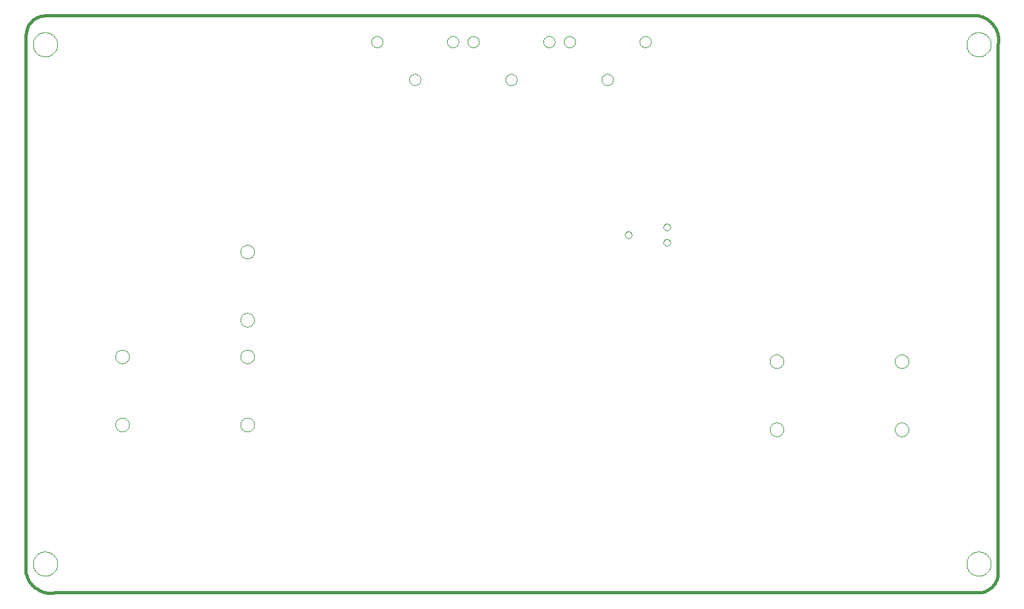
<source format=gm1>
G75*
G70*
%OFA0B0*%
%FSLAX24Y24*%
%IPPOS*%
%LPD*%
%AMOC8*
5,1,8,0,0,1.08239X$1,22.5*
%
%ADD10C,0.0000*%
%ADD11C,0.0160*%
D10*
X001053Y001873D02*
X001055Y001923D01*
X001061Y001973D01*
X001071Y002022D01*
X001085Y002070D01*
X001102Y002117D01*
X001123Y002162D01*
X001148Y002206D01*
X001176Y002247D01*
X001208Y002286D01*
X001242Y002323D01*
X001279Y002357D01*
X001319Y002387D01*
X001361Y002414D01*
X001405Y002438D01*
X001451Y002459D01*
X001498Y002475D01*
X001546Y002488D01*
X001596Y002497D01*
X001645Y002502D01*
X001696Y002503D01*
X001746Y002500D01*
X001795Y002493D01*
X001844Y002482D01*
X001892Y002467D01*
X001938Y002449D01*
X001983Y002427D01*
X002026Y002401D01*
X002067Y002372D01*
X002106Y002340D01*
X002142Y002305D01*
X002174Y002267D01*
X002204Y002227D01*
X002231Y002184D01*
X002254Y002140D01*
X002273Y002094D01*
X002289Y002046D01*
X002301Y001997D01*
X002309Y001948D01*
X002313Y001898D01*
X002313Y001848D01*
X002309Y001798D01*
X002301Y001749D01*
X002289Y001700D01*
X002273Y001652D01*
X002254Y001606D01*
X002231Y001562D01*
X002204Y001519D01*
X002174Y001479D01*
X002142Y001441D01*
X002106Y001406D01*
X002067Y001374D01*
X002026Y001345D01*
X001983Y001319D01*
X001938Y001297D01*
X001892Y001279D01*
X001844Y001264D01*
X001795Y001253D01*
X001746Y001246D01*
X001696Y001243D01*
X001645Y001244D01*
X001596Y001249D01*
X001546Y001258D01*
X001498Y001271D01*
X001451Y001287D01*
X001405Y001308D01*
X001361Y001332D01*
X001319Y001359D01*
X001279Y001389D01*
X001242Y001423D01*
X001208Y001460D01*
X001176Y001499D01*
X001148Y001540D01*
X001123Y001584D01*
X001102Y001629D01*
X001085Y001676D01*
X001071Y001724D01*
X001061Y001773D01*
X001055Y001823D01*
X001053Y001873D01*
X005328Y009103D02*
X005330Y009140D01*
X005336Y009177D01*
X005345Y009213D01*
X005359Y009247D01*
X005376Y009280D01*
X005396Y009312D01*
X005419Y009341D01*
X005445Y009367D01*
X005474Y009390D01*
X005505Y009410D01*
X005539Y009427D01*
X005573Y009441D01*
X005609Y009450D01*
X005646Y009456D01*
X005683Y009458D01*
X005720Y009456D01*
X005757Y009450D01*
X005793Y009441D01*
X005827Y009427D01*
X005860Y009410D01*
X005892Y009390D01*
X005921Y009367D01*
X005947Y009341D01*
X005970Y009312D01*
X005990Y009281D01*
X006007Y009247D01*
X006021Y009213D01*
X006030Y009177D01*
X006036Y009140D01*
X006038Y009103D01*
X006036Y009066D01*
X006030Y009029D01*
X006021Y008993D01*
X006007Y008959D01*
X005990Y008926D01*
X005970Y008894D01*
X005947Y008865D01*
X005921Y008839D01*
X005892Y008816D01*
X005861Y008796D01*
X005827Y008779D01*
X005793Y008765D01*
X005757Y008756D01*
X005720Y008750D01*
X005683Y008748D01*
X005646Y008750D01*
X005609Y008756D01*
X005573Y008765D01*
X005539Y008779D01*
X005506Y008796D01*
X005474Y008816D01*
X005445Y008839D01*
X005419Y008865D01*
X005396Y008894D01*
X005376Y008925D01*
X005359Y008959D01*
X005345Y008993D01*
X005336Y009029D01*
X005330Y009066D01*
X005328Y009103D01*
X005328Y012643D02*
X005330Y012680D01*
X005336Y012717D01*
X005345Y012753D01*
X005359Y012787D01*
X005376Y012820D01*
X005396Y012852D01*
X005419Y012881D01*
X005445Y012907D01*
X005474Y012930D01*
X005505Y012950D01*
X005539Y012967D01*
X005573Y012981D01*
X005609Y012990D01*
X005646Y012996D01*
X005683Y012998D01*
X005720Y012996D01*
X005757Y012990D01*
X005793Y012981D01*
X005827Y012967D01*
X005860Y012950D01*
X005892Y012930D01*
X005921Y012907D01*
X005947Y012881D01*
X005970Y012852D01*
X005990Y012821D01*
X006007Y012787D01*
X006021Y012753D01*
X006030Y012717D01*
X006036Y012680D01*
X006038Y012643D01*
X006036Y012606D01*
X006030Y012569D01*
X006021Y012533D01*
X006007Y012499D01*
X005990Y012466D01*
X005970Y012434D01*
X005947Y012405D01*
X005921Y012379D01*
X005892Y012356D01*
X005861Y012336D01*
X005827Y012319D01*
X005793Y012305D01*
X005757Y012296D01*
X005720Y012290D01*
X005683Y012288D01*
X005646Y012290D01*
X005609Y012296D01*
X005573Y012305D01*
X005539Y012319D01*
X005506Y012336D01*
X005474Y012356D01*
X005445Y012379D01*
X005419Y012405D01*
X005396Y012434D01*
X005376Y012465D01*
X005359Y012499D01*
X005345Y012533D01*
X005336Y012569D01*
X005330Y012606D01*
X005328Y012643D01*
X011828Y012643D02*
X011830Y012680D01*
X011836Y012717D01*
X011845Y012753D01*
X011859Y012787D01*
X011876Y012820D01*
X011896Y012852D01*
X011919Y012881D01*
X011945Y012907D01*
X011974Y012930D01*
X012005Y012950D01*
X012039Y012967D01*
X012073Y012981D01*
X012109Y012990D01*
X012146Y012996D01*
X012183Y012998D01*
X012220Y012996D01*
X012257Y012990D01*
X012293Y012981D01*
X012327Y012967D01*
X012360Y012950D01*
X012392Y012930D01*
X012421Y012907D01*
X012447Y012881D01*
X012470Y012852D01*
X012490Y012821D01*
X012507Y012787D01*
X012521Y012753D01*
X012530Y012717D01*
X012536Y012680D01*
X012538Y012643D01*
X012536Y012606D01*
X012530Y012569D01*
X012521Y012533D01*
X012507Y012499D01*
X012490Y012466D01*
X012470Y012434D01*
X012447Y012405D01*
X012421Y012379D01*
X012392Y012356D01*
X012361Y012336D01*
X012327Y012319D01*
X012293Y012305D01*
X012257Y012296D01*
X012220Y012290D01*
X012183Y012288D01*
X012146Y012290D01*
X012109Y012296D01*
X012073Y012305D01*
X012039Y012319D01*
X012006Y012336D01*
X011974Y012356D01*
X011945Y012379D01*
X011919Y012405D01*
X011896Y012434D01*
X011876Y012465D01*
X011859Y012499D01*
X011845Y012533D01*
X011836Y012569D01*
X011830Y012606D01*
X011828Y012643D01*
X011828Y014553D02*
X011830Y014590D01*
X011836Y014627D01*
X011845Y014663D01*
X011859Y014697D01*
X011876Y014730D01*
X011896Y014762D01*
X011919Y014791D01*
X011945Y014817D01*
X011974Y014840D01*
X012005Y014860D01*
X012039Y014877D01*
X012073Y014891D01*
X012109Y014900D01*
X012146Y014906D01*
X012183Y014908D01*
X012220Y014906D01*
X012257Y014900D01*
X012293Y014891D01*
X012327Y014877D01*
X012360Y014860D01*
X012392Y014840D01*
X012421Y014817D01*
X012447Y014791D01*
X012470Y014762D01*
X012490Y014731D01*
X012507Y014697D01*
X012521Y014663D01*
X012530Y014627D01*
X012536Y014590D01*
X012538Y014553D01*
X012536Y014516D01*
X012530Y014479D01*
X012521Y014443D01*
X012507Y014409D01*
X012490Y014376D01*
X012470Y014344D01*
X012447Y014315D01*
X012421Y014289D01*
X012392Y014266D01*
X012361Y014246D01*
X012327Y014229D01*
X012293Y014215D01*
X012257Y014206D01*
X012220Y014200D01*
X012183Y014198D01*
X012146Y014200D01*
X012109Y014206D01*
X012073Y014215D01*
X012039Y014229D01*
X012006Y014246D01*
X011974Y014266D01*
X011945Y014289D01*
X011919Y014315D01*
X011896Y014344D01*
X011876Y014375D01*
X011859Y014409D01*
X011845Y014443D01*
X011836Y014479D01*
X011830Y014516D01*
X011828Y014553D01*
X011828Y018093D02*
X011830Y018130D01*
X011836Y018167D01*
X011845Y018203D01*
X011859Y018237D01*
X011876Y018270D01*
X011896Y018302D01*
X011919Y018331D01*
X011945Y018357D01*
X011974Y018380D01*
X012005Y018400D01*
X012039Y018417D01*
X012073Y018431D01*
X012109Y018440D01*
X012146Y018446D01*
X012183Y018448D01*
X012220Y018446D01*
X012257Y018440D01*
X012293Y018431D01*
X012327Y018417D01*
X012360Y018400D01*
X012392Y018380D01*
X012421Y018357D01*
X012447Y018331D01*
X012470Y018302D01*
X012490Y018271D01*
X012507Y018237D01*
X012521Y018203D01*
X012530Y018167D01*
X012536Y018130D01*
X012538Y018093D01*
X012536Y018056D01*
X012530Y018019D01*
X012521Y017983D01*
X012507Y017949D01*
X012490Y017916D01*
X012470Y017884D01*
X012447Y017855D01*
X012421Y017829D01*
X012392Y017806D01*
X012361Y017786D01*
X012327Y017769D01*
X012293Y017755D01*
X012257Y017746D01*
X012220Y017740D01*
X012183Y017738D01*
X012146Y017740D01*
X012109Y017746D01*
X012073Y017755D01*
X012039Y017769D01*
X012006Y017786D01*
X011974Y017806D01*
X011945Y017829D01*
X011919Y017855D01*
X011896Y017884D01*
X011876Y017915D01*
X011859Y017949D01*
X011845Y017983D01*
X011836Y018019D01*
X011830Y018056D01*
X011828Y018093D01*
X020599Y027041D02*
X020601Y027075D01*
X020607Y027109D01*
X020617Y027142D01*
X020630Y027173D01*
X020648Y027203D01*
X020668Y027231D01*
X020692Y027256D01*
X020718Y027278D01*
X020746Y027296D01*
X020777Y027312D01*
X020809Y027324D01*
X020843Y027332D01*
X020877Y027336D01*
X020911Y027336D01*
X020945Y027332D01*
X020979Y027324D01*
X021011Y027312D01*
X021041Y027296D01*
X021070Y027278D01*
X021096Y027256D01*
X021120Y027231D01*
X021140Y027203D01*
X021158Y027173D01*
X021171Y027142D01*
X021181Y027109D01*
X021187Y027075D01*
X021189Y027041D01*
X021187Y027007D01*
X021181Y026973D01*
X021171Y026940D01*
X021158Y026909D01*
X021140Y026879D01*
X021120Y026851D01*
X021096Y026826D01*
X021070Y026804D01*
X021042Y026786D01*
X021011Y026770D01*
X020979Y026758D01*
X020945Y026750D01*
X020911Y026746D01*
X020877Y026746D01*
X020843Y026750D01*
X020809Y026758D01*
X020777Y026770D01*
X020746Y026786D01*
X020718Y026804D01*
X020692Y026826D01*
X020668Y026851D01*
X020648Y026879D01*
X020630Y026909D01*
X020617Y026940D01*
X020607Y026973D01*
X020601Y027007D01*
X020599Y027041D01*
X018630Y029010D02*
X018632Y029044D01*
X018638Y029078D01*
X018648Y029111D01*
X018661Y029142D01*
X018679Y029172D01*
X018699Y029200D01*
X018723Y029225D01*
X018749Y029247D01*
X018777Y029265D01*
X018808Y029281D01*
X018840Y029293D01*
X018874Y029301D01*
X018908Y029305D01*
X018942Y029305D01*
X018976Y029301D01*
X019010Y029293D01*
X019042Y029281D01*
X019072Y029265D01*
X019101Y029247D01*
X019127Y029225D01*
X019151Y029200D01*
X019171Y029172D01*
X019189Y029142D01*
X019202Y029111D01*
X019212Y029078D01*
X019218Y029044D01*
X019220Y029010D01*
X019218Y028976D01*
X019212Y028942D01*
X019202Y028909D01*
X019189Y028878D01*
X019171Y028848D01*
X019151Y028820D01*
X019127Y028795D01*
X019101Y028773D01*
X019073Y028755D01*
X019042Y028739D01*
X019010Y028727D01*
X018976Y028719D01*
X018942Y028715D01*
X018908Y028715D01*
X018874Y028719D01*
X018840Y028727D01*
X018808Y028739D01*
X018777Y028755D01*
X018749Y028773D01*
X018723Y028795D01*
X018699Y028820D01*
X018679Y028848D01*
X018661Y028878D01*
X018648Y028909D01*
X018638Y028942D01*
X018632Y028976D01*
X018630Y029010D01*
X022567Y029010D02*
X022569Y029044D01*
X022575Y029078D01*
X022585Y029111D01*
X022598Y029142D01*
X022616Y029172D01*
X022636Y029200D01*
X022660Y029225D01*
X022686Y029247D01*
X022714Y029265D01*
X022745Y029281D01*
X022777Y029293D01*
X022811Y029301D01*
X022845Y029305D01*
X022879Y029305D01*
X022913Y029301D01*
X022947Y029293D01*
X022979Y029281D01*
X023009Y029265D01*
X023038Y029247D01*
X023064Y029225D01*
X023088Y029200D01*
X023108Y029172D01*
X023126Y029142D01*
X023139Y029111D01*
X023149Y029078D01*
X023155Y029044D01*
X023157Y029010D01*
X023155Y028976D01*
X023149Y028942D01*
X023139Y028909D01*
X023126Y028878D01*
X023108Y028848D01*
X023088Y028820D01*
X023064Y028795D01*
X023038Y028773D01*
X023010Y028755D01*
X022979Y028739D01*
X022947Y028727D01*
X022913Y028719D01*
X022879Y028715D01*
X022845Y028715D01*
X022811Y028719D01*
X022777Y028727D01*
X022745Y028739D01*
X022714Y028755D01*
X022686Y028773D01*
X022660Y028795D01*
X022636Y028820D01*
X022616Y028848D01*
X022598Y028878D01*
X022585Y028909D01*
X022575Y028942D01*
X022569Y028976D01*
X022567Y029010D01*
X023630Y029010D02*
X023632Y029044D01*
X023638Y029078D01*
X023648Y029111D01*
X023661Y029142D01*
X023679Y029172D01*
X023699Y029200D01*
X023723Y029225D01*
X023749Y029247D01*
X023777Y029265D01*
X023808Y029281D01*
X023840Y029293D01*
X023874Y029301D01*
X023908Y029305D01*
X023942Y029305D01*
X023976Y029301D01*
X024010Y029293D01*
X024042Y029281D01*
X024072Y029265D01*
X024101Y029247D01*
X024127Y029225D01*
X024151Y029200D01*
X024171Y029172D01*
X024189Y029142D01*
X024202Y029111D01*
X024212Y029078D01*
X024218Y029044D01*
X024220Y029010D01*
X024218Y028976D01*
X024212Y028942D01*
X024202Y028909D01*
X024189Y028878D01*
X024171Y028848D01*
X024151Y028820D01*
X024127Y028795D01*
X024101Y028773D01*
X024073Y028755D01*
X024042Y028739D01*
X024010Y028727D01*
X023976Y028719D01*
X023942Y028715D01*
X023908Y028715D01*
X023874Y028719D01*
X023840Y028727D01*
X023808Y028739D01*
X023777Y028755D01*
X023749Y028773D01*
X023723Y028795D01*
X023699Y028820D01*
X023679Y028848D01*
X023661Y028878D01*
X023648Y028909D01*
X023638Y028942D01*
X023632Y028976D01*
X023630Y029010D01*
X025599Y027041D02*
X025601Y027075D01*
X025607Y027109D01*
X025617Y027142D01*
X025630Y027173D01*
X025648Y027203D01*
X025668Y027231D01*
X025692Y027256D01*
X025718Y027278D01*
X025746Y027296D01*
X025777Y027312D01*
X025809Y027324D01*
X025843Y027332D01*
X025877Y027336D01*
X025911Y027336D01*
X025945Y027332D01*
X025979Y027324D01*
X026011Y027312D01*
X026041Y027296D01*
X026070Y027278D01*
X026096Y027256D01*
X026120Y027231D01*
X026140Y027203D01*
X026158Y027173D01*
X026171Y027142D01*
X026181Y027109D01*
X026187Y027075D01*
X026189Y027041D01*
X026187Y027007D01*
X026181Y026973D01*
X026171Y026940D01*
X026158Y026909D01*
X026140Y026879D01*
X026120Y026851D01*
X026096Y026826D01*
X026070Y026804D01*
X026042Y026786D01*
X026011Y026770D01*
X025979Y026758D01*
X025945Y026750D01*
X025911Y026746D01*
X025877Y026746D01*
X025843Y026750D01*
X025809Y026758D01*
X025777Y026770D01*
X025746Y026786D01*
X025718Y026804D01*
X025692Y026826D01*
X025668Y026851D01*
X025648Y026879D01*
X025630Y026909D01*
X025617Y026940D01*
X025607Y026973D01*
X025601Y027007D01*
X025599Y027041D01*
X027567Y029010D02*
X027569Y029044D01*
X027575Y029078D01*
X027585Y029111D01*
X027598Y029142D01*
X027616Y029172D01*
X027636Y029200D01*
X027660Y029225D01*
X027686Y029247D01*
X027714Y029265D01*
X027745Y029281D01*
X027777Y029293D01*
X027811Y029301D01*
X027845Y029305D01*
X027879Y029305D01*
X027913Y029301D01*
X027947Y029293D01*
X027979Y029281D01*
X028009Y029265D01*
X028038Y029247D01*
X028064Y029225D01*
X028088Y029200D01*
X028108Y029172D01*
X028126Y029142D01*
X028139Y029111D01*
X028149Y029078D01*
X028155Y029044D01*
X028157Y029010D01*
X028155Y028976D01*
X028149Y028942D01*
X028139Y028909D01*
X028126Y028878D01*
X028108Y028848D01*
X028088Y028820D01*
X028064Y028795D01*
X028038Y028773D01*
X028010Y028755D01*
X027979Y028739D01*
X027947Y028727D01*
X027913Y028719D01*
X027879Y028715D01*
X027845Y028715D01*
X027811Y028719D01*
X027777Y028727D01*
X027745Y028739D01*
X027714Y028755D01*
X027686Y028773D01*
X027660Y028795D01*
X027636Y028820D01*
X027616Y028848D01*
X027598Y028878D01*
X027585Y028909D01*
X027575Y028942D01*
X027569Y028976D01*
X027567Y029010D01*
X028630Y029010D02*
X028632Y029044D01*
X028638Y029078D01*
X028648Y029111D01*
X028661Y029142D01*
X028679Y029172D01*
X028699Y029200D01*
X028723Y029225D01*
X028749Y029247D01*
X028777Y029265D01*
X028808Y029281D01*
X028840Y029293D01*
X028874Y029301D01*
X028908Y029305D01*
X028942Y029305D01*
X028976Y029301D01*
X029010Y029293D01*
X029042Y029281D01*
X029072Y029265D01*
X029101Y029247D01*
X029127Y029225D01*
X029151Y029200D01*
X029171Y029172D01*
X029189Y029142D01*
X029202Y029111D01*
X029212Y029078D01*
X029218Y029044D01*
X029220Y029010D01*
X029218Y028976D01*
X029212Y028942D01*
X029202Y028909D01*
X029189Y028878D01*
X029171Y028848D01*
X029151Y028820D01*
X029127Y028795D01*
X029101Y028773D01*
X029073Y028755D01*
X029042Y028739D01*
X029010Y028727D01*
X028976Y028719D01*
X028942Y028715D01*
X028908Y028715D01*
X028874Y028719D01*
X028840Y028727D01*
X028808Y028739D01*
X028777Y028755D01*
X028749Y028773D01*
X028723Y028795D01*
X028699Y028820D01*
X028679Y028848D01*
X028661Y028878D01*
X028648Y028909D01*
X028638Y028942D01*
X028632Y028976D01*
X028630Y029010D01*
X030599Y027041D02*
X030601Y027075D01*
X030607Y027109D01*
X030617Y027142D01*
X030630Y027173D01*
X030648Y027203D01*
X030668Y027231D01*
X030692Y027256D01*
X030718Y027278D01*
X030746Y027296D01*
X030777Y027312D01*
X030809Y027324D01*
X030843Y027332D01*
X030877Y027336D01*
X030911Y027336D01*
X030945Y027332D01*
X030979Y027324D01*
X031011Y027312D01*
X031041Y027296D01*
X031070Y027278D01*
X031096Y027256D01*
X031120Y027231D01*
X031140Y027203D01*
X031158Y027173D01*
X031171Y027142D01*
X031181Y027109D01*
X031187Y027075D01*
X031189Y027041D01*
X031187Y027007D01*
X031181Y026973D01*
X031171Y026940D01*
X031158Y026909D01*
X031140Y026879D01*
X031120Y026851D01*
X031096Y026826D01*
X031070Y026804D01*
X031042Y026786D01*
X031011Y026770D01*
X030979Y026758D01*
X030945Y026750D01*
X030911Y026746D01*
X030877Y026746D01*
X030843Y026750D01*
X030809Y026758D01*
X030777Y026770D01*
X030746Y026786D01*
X030718Y026804D01*
X030692Y026826D01*
X030668Y026851D01*
X030648Y026879D01*
X030630Y026909D01*
X030617Y026940D01*
X030607Y026973D01*
X030601Y027007D01*
X030599Y027041D01*
X032567Y029010D02*
X032569Y029044D01*
X032575Y029078D01*
X032585Y029111D01*
X032598Y029142D01*
X032616Y029172D01*
X032636Y029200D01*
X032660Y029225D01*
X032686Y029247D01*
X032714Y029265D01*
X032745Y029281D01*
X032777Y029293D01*
X032811Y029301D01*
X032845Y029305D01*
X032879Y029305D01*
X032913Y029301D01*
X032947Y029293D01*
X032979Y029281D01*
X033009Y029265D01*
X033038Y029247D01*
X033064Y029225D01*
X033088Y029200D01*
X033108Y029172D01*
X033126Y029142D01*
X033139Y029111D01*
X033149Y029078D01*
X033155Y029044D01*
X033157Y029010D01*
X033155Y028976D01*
X033149Y028942D01*
X033139Y028909D01*
X033126Y028878D01*
X033108Y028848D01*
X033088Y028820D01*
X033064Y028795D01*
X033038Y028773D01*
X033010Y028755D01*
X032979Y028739D01*
X032947Y028727D01*
X032913Y028719D01*
X032879Y028715D01*
X032845Y028715D01*
X032811Y028719D01*
X032777Y028727D01*
X032745Y028739D01*
X032714Y028755D01*
X032686Y028773D01*
X032660Y028795D01*
X032636Y028820D01*
X032616Y028848D01*
X032598Y028878D01*
X032585Y028909D01*
X032575Y028942D01*
X032569Y028976D01*
X032567Y029010D01*
X033808Y019373D02*
X033810Y019399D01*
X033816Y019425D01*
X033825Y019449D01*
X033838Y019472D01*
X033855Y019492D01*
X033874Y019510D01*
X033896Y019525D01*
X033919Y019536D01*
X033944Y019544D01*
X033970Y019548D01*
X033996Y019548D01*
X034022Y019544D01*
X034047Y019536D01*
X034071Y019525D01*
X034092Y019510D01*
X034111Y019492D01*
X034128Y019472D01*
X034141Y019449D01*
X034150Y019425D01*
X034156Y019399D01*
X034158Y019373D01*
X034156Y019347D01*
X034150Y019321D01*
X034141Y019297D01*
X034128Y019274D01*
X034111Y019254D01*
X034092Y019236D01*
X034070Y019221D01*
X034047Y019210D01*
X034022Y019202D01*
X033996Y019198D01*
X033970Y019198D01*
X033944Y019202D01*
X033919Y019210D01*
X033895Y019221D01*
X033874Y019236D01*
X033855Y019254D01*
X033838Y019274D01*
X033825Y019297D01*
X033816Y019321D01*
X033810Y019347D01*
X033808Y019373D01*
X033808Y018573D02*
X033810Y018599D01*
X033816Y018625D01*
X033825Y018649D01*
X033838Y018672D01*
X033855Y018692D01*
X033874Y018710D01*
X033896Y018725D01*
X033919Y018736D01*
X033944Y018744D01*
X033970Y018748D01*
X033996Y018748D01*
X034022Y018744D01*
X034047Y018736D01*
X034071Y018725D01*
X034092Y018710D01*
X034111Y018692D01*
X034128Y018672D01*
X034141Y018649D01*
X034150Y018625D01*
X034156Y018599D01*
X034158Y018573D01*
X034156Y018547D01*
X034150Y018521D01*
X034141Y018497D01*
X034128Y018474D01*
X034111Y018454D01*
X034092Y018436D01*
X034070Y018421D01*
X034047Y018410D01*
X034022Y018402D01*
X033996Y018398D01*
X033970Y018398D01*
X033944Y018402D01*
X033919Y018410D01*
X033895Y018421D01*
X033874Y018436D01*
X033855Y018454D01*
X033838Y018474D01*
X033825Y018497D01*
X033816Y018521D01*
X033810Y018547D01*
X033808Y018573D01*
X031808Y018973D02*
X031810Y018999D01*
X031816Y019025D01*
X031825Y019049D01*
X031838Y019072D01*
X031855Y019092D01*
X031874Y019110D01*
X031896Y019125D01*
X031919Y019136D01*
X031944Y019144D01*
X031970Y019148D01*
X031996Y019148D01*
X032022Y019144D01*
X032047Y019136D01*
X032071Y019125D01*
X032092Y019110D01*
X032111Y019092D01*
X032128Y019072D01*
X032141Y019049D01*
X032150Y019025D01*
X032156Y018999D01*
X032158Y018973D01*
X032156Y018947D01*
X032150Y018921D01*
X032141Y018897D01*
X032128Y018874D01*
X032111Y018854D01*
X032092Y018836D01*
X032070Y018821D01*
X032047Y018810D01*
X032022Y018802D01*
X031996Y018798D01*
X031970Y018798D01*
X031944Y018802D01*
X031919Y018810D01*
X031895Y018821D01*
X031874Y018836D01*
X031855Y018854D01*
X031838Y018874D01*
X031825Y018897D01*
X031816Y018921D01*
X031810Y018947D01*
X031808Y018973D01*
X039328Y012393D02*
X039330Y012430D01*
X039336Y012467D01*
X039345Y012503D01*
X039359Y012537D01*
X039376Y012570D01*
X039396Y012602D01*
X039419Y012631D01*
X039445Y012657D01*
X039474Y012680D01*
X039505Y012700D01*
X039539Y012717D01*
X039573Y012731D01*
X039609Y012740D01*
X039646Y012746D01*
X039683Y012748D01*
X039720Y012746D01*
X039757Y012740D01*
X039793Y012731D01*
X039827Y012717D01*
X039860Y012700D01*
X039892Y012680D01*
X039921Y012657D01*
X039947Y012631D01*
X039970Y012602D01*
X039990Y012571D01*
X040007Y012537D01*
X040021Y012503D01*
X040030Y012467D01*
X040036Y012430D01*
X040038Y012393D01*
X040036Y012356D01*
X040030Y012319D01*
X040021Y012283D01*
X040007Y012249D01*
X039990Y012216D01*
X039970Y012184D01*
X039947Y012155D01*
X039921Y012129D01*
X039892Y012106D01*
X039861Y012086D01*
X039827Y012069D01*
X039793Y012055D01*
X039757Y012046D01*
X039720Y012040D01*
X039683Y012038D01*
X039646Y012040D01*
X039609Y012046D01*
X039573Y012055D01*
X039539Y012069D01*
X039506Y012086D01*
X039474Y012106D01*
X039445Y012129D01*
X039419Y012155D01*
X039396Y012184D01*
X039376Y012215D01*
X039359Y012249D01*
X039345Y012283D01*
X039336Y012319D01*
X039330Y012356D01*
X039328Y012393D01*
X039328Y008853D02*
X039330Y008890D01*
X039336Y008927D01*
X039345Y008963D01*
X039359Y008997D01*
X039376Y009030D01*
X039396Y009062D01*
X039419Y009091D01*
X039445Y009117D01*
X039474Y009140D01*
X039505Y009160D01*
X039539Y009177D01*
X039573Y009191D01*
X039609Y009200D01*
X039646Y009206D01*
X039683Y009208D01*
X039720Y009206D01*
X039757Y009200D01*
X039793Y009191D01*
X039827Y009177D01*
X039860Y009160D01*
X039892Y009140D01*
X039921Y009117D01*
X039947Y009091D01*
X039970Y009062D01*
X039990Y009031D01*
X040007Y008997D01*
X040021Y008963D01*
X040030Y008927D01*
X040036Y008890D01*
X040038Y008853D01*
X040036Y008816D01*
X040030Y008779D01*
X040021Y008743D01*
X040007Y008709D01*
X039990Y008676D01*
X039970Y008644D01*
X039947Y008615D01*
X039921Y008589D01*
X039892Y008566D01*
X039861Y008546D01*
X039827Y008529D01*
X039793Y008515D01*
X039757Y008506D01*
X039720Y008500D01*
X039683Y008498D01*
X039646Y008500D01*
X039609Y008506D01*
X039573Y008515D01*
X039539Y008529D01*
X039506Y008546D01*
X039474Y008566D01*
X039445Y008589D01*
X039419Y008615D01*
X039396Y008644D01*
X039376Y008675D01*
X039359Y008709D01*
X039345Y008743D01*
X039336Y008779D01*
X039330Y008816D01*
X039328Y008853D01*
X045828Y008853D02*
X045830Y008890D01*
X045836Y008927D01*
X045845Y008963D01*
X045859Y008997D01*
X045876Y009030D01*
X045896Y009062D01*
X045919Y009091D01*
X045945Y009117D01*
X045974Y009140D01*
X046005Y009160D01*
X046039Y009177D01*
X046073Y009191D01*
X046109Y009200D01*
X046146Y009206D01*
X046183Y009208D01*
X046220Y009206D01*
X046257Y009200D01*
X046293Y009191D01*
X046327Y009177D01*
X046360Y009160D01*
X046392Y009140D01*
X046421Y009117D01*
X046447Y009091D01*
X046470Y009062D01*
X046490Y009031D01*
X046507Y008997D01*
X046521Y008963D01*
X046530Y008927D01*
X046536Y008890D01*
X046538Y008853D01*
X046536Y008816D01*
X046530Y008779D01*
X046521Y008743D01*
X046507Y008709D01*
X046490Y008676D01*
X046470Y008644D01*
X046447Y008615D01*
X046421Y008589D01*
X046392Y008566D01*
X046361Y008546D01*
X046327Y008529D01*
X046293Y008515D01*
X046257Y008506D01*
X046220Y008500D01*
X046183Y008498D01*
X046146Y008500D01*
X046109Y008506D01*
X046073Y008515D01*
X046039Y008529D01*
X046006Y008546D01*
X045974Y008566D01*
X045945Y008589D01*
X045919Y008615D01*
X045896Y008644D01*
X045876Y008675D01*
X045859Y008709D01*
X045845Y008743D01*
X045836Y008779D01*
X045830Y008816D01*
X045828Y008853D01*
X045828Y012393D02*
X045830Y012430D01*
X045836Y012467D01*
X045845Y012503D01*
X045859Y012537D01*
X045876Y012570D01*
X045896Y012602D01*
X045919Y012631D01*
X045945Y012657D01*
X045974Y012680D01*
X046005Y012700D01*
X046039Y012717D01*
X046073Y012731D01*
X046109Y012740D01*
X046146Y012746D01*
X046183Y012748D01*
X046220Y012746D01*
X046257Y012740D01*
X046293Y012731D01*
X046327Y012717D01*
X046360Y012700D01*
X046392Y012680D01*
X046421Y012657D01*
X046447Y012631D01*
X046470Y012602D01*
X046490Y012571D01*
X046507Y012537D01*
X046521Y012503D01*
X046530Y012467D01*
X046536Y012430D01*
X046538Y012393D01*
X046536Y012356D01*
X046530Y012319D01*
X046521Y012283D01*
X046507Y012249D01*
X046490Y012216D01*
X046470Y012184D01*
X046447Y012155D01*
X046421Y012129D01*
X046392Y012106D01*
X046361Y012086D01*
X046327Y012069D01*
X046293Y012055D01*
X046257Y012046D01*
X046220Y012040D01*
X046183Y012038D01*
X046146Y012040D01*
X046109Y012046D01*
X046073Y012055D01*
X046039Y012069D01*
X046006Y012086D01*
X045974Y012106D01*
X045945Y012129D01*
X045919Y012155D01*
X045896Y012184D01*
X045876Y012215D01*
X045859Y012249D01*
X045845Y012283D01*
X045836Y012319D01*
X045830Y012356D01*
X045828Y012393D01*
X049553Y001873D02*
X049555Y001923D01*
X049561Y001973D01*
X049571Y002022D01*
X049585Y002070D01*
X049602Y002117D01*
X049623Y002162D01*
X049648Y002206D01*
X049676Y002247D01*
X049708Y002286D01*
X049742Y002323D01*
X049779Y002357D01*
X049819Y002387D01*
X049861Y002414D01*
X049905Y002438D01*
X049951Y002459D01*
X049998Y002475D01*
X050046Y002488D01*
X050096Y002497D01*
X050145Y002502D01*
X050196Y002503D01*
X050246Y002500D01*
X050295Y002493D01*
X050344Y002482D01*
X050392Y002467D01*
X050438Y002449D01*
X050483Y002427D01*
X050526Y002401D01*
X050567Y002372D01*
X050606Y002340D01*
X050642Y002305D01*
X050674Y002267D01*
X050704Y002227D01*
X050731Y002184D01*
X050754Y002140D01*
X050773Y002094D01*
X050789Y002046D01*
X050801Y001997D01*
X050809Y001948D01*
X050813Y001898D01*
X050813Y001848D01*
X050809Y001798D01*
X050801Y001749D01*
X050789Y001700D01*
X050773Y001652D01*
X050754Y001606D01*
X050731Y001562D01*
X050704Y001519D01*
X050674Y001479D01*
X050642Y001441D01*
X050606Y001406D01*
X050567Y001374D01*
X050526Y001345D01*
X050483Y001319D01*
X050438Y001297D01*
X050392Y001279D01*
X050344Y001264D01*
X050295Y001253D01*
X050246Y001246D01*
X050196Y001243D01*
X050145Y001244D01*
X050096Y001249D01*
X050046Y001258D01*
X049998Y001271D01*
X049951Y001287D01*
X049905Y001308D01*
X049861Y001332D01*
X049819Y001359D01*
X049779Y001389D01*
X049742Y001423D01*
X049708Y001460D01*
X049676Y001499D01*
X049648Y001540D01*
X049623Y001584D01*
X049602Y001629D01*
X049585Y001676D01*
X049571Y001724D01*
X049561Y001773D01*
X049555Y001823D01*
X049553Y001873D01*
X011828Y009103D02*
X011830Y009140D01*
X011836Y009177D01*
X011845Y009213D01*
X011859Y009247D01*
X011876Y009280D01*
X011896Y009312D01*
X011919Y009341D01*
X011945Y009367D01*
X011974Y009390D01*
X012005Y009410D01*
X012039Y009427D01*
X012073Y009441D01*
X012109Y009450D01*
X012146Y009456D01*
X012183Y009458D01*
X012220Y009456D01*
X012257Y009450D01*
X012293Y009441D01*
X012327Y009427D01*
X012360Y009410D01*
X012392Y009390D01*
X012421Y009367D01*
X012447Y009341D01*
X012470Y009312D01*
X012490Y009281D01*
X012507Y009247D01*
X012521Y009213D01*
X012530Y009177D01*
X012536Y009140D01*
X012538Y009103D01*
X012536Y009066D01*
X012530Y009029D01*
X012521Y008993D01*
X012507Y008959D01*
X012490Y008926D01*
X012470Y008894D01*
X012447Y008865D01*
X012421Y008839D01*
X012392Y008816D01*
X012361Y008796D01*
X012327Y008779D01*
X012293Y008765D01*
X012257Y008756D01*
X012220Y008750D01*
X012183Y008748D01*
X012146Y008750D01*
X012109Y008756D01*
X012073Y008765D01*
X012039Y008779D01*
X012006Y008796D01*
X011974Y008816D01*
X011945Y008839D01*
X011919Y008865D01*
X011896Y008894D01*
X011876Y008925D01*
X011859Y008959D01*
X011845Y008993D01*
X011836Y009029D01*
X011830Y009066D01*
X011828Y009103D01*
X001053Y028873D02*
X001055Y028923D01*
X001061Y028973D01*
X001071Y029022D01*
X001085Y029070D01*
X001102Y029117D01*
X001123Y029162D01*
X001148Y029206D01*
X001176Y029247D01*
X001208Y029286D01*
X001242Y029323D01*
X001279Y029357D01*
X001319Y029387D01*
X001361Y029414D01*
X001405Y029438D01*
X001451Y029459D01*
X001498Y029475D01*
X001546Y029488D01*
X001596Y029497D01*
X001645Y029502D01*
X001696Y029503D01*
X001746Y029500D01*
X001795Y029493D01*
X001844Y029482D01*
X001892Y029467D01*
X001938Y029449D01*
X001983Y029427D01*
X002026Y029401D01*
X002067Y029372D01*
X002106Y029340D01*
X002142Y029305D01*
X002174Y029267D01*
X002204Y029227D01*
X002231Y029184D01*
X002254Y029140D01*
X002273Y029094D01*
X002289Y029046D01*
X002301Y028997D01*
X002309Y028948D01*
X002313Y028898D01*
X002313Y028848D01*
X002309Y028798D01*
X002301Y028749D01*
X002289Y028700D01*
X002273Y028652D01*
X002254Y028606D01*
X002231Y028562D01*
X002204Y028519D01*
X002174Y028479D01*
X002142Y028441D01*
X002106Y028406D01*
X002067Y028374D01*
X002026Y028345D01*
X001983Y028319D01*
X001938Y028297D01*
X001892Y028279D01*
X001844Y028264D01*
X001795Y028253D01*
X001746Y028246D01*
X001696Y028243D01*
X001645Y028244D01*
X001596Y028249D01*
X001546Y028258D01*
X001498Y028271D01*
X001451Y028287D01*
X001405Y028308D01*
X001361Y028332D01*
X001319Y028359D01*
X001279Y028389D01*
X001242Y028423D01*
X001208Y028460D01*
X001176Y028499D01*
X001148Y028540D01*
X001123Y028584D01*
X001102Y028629D01*
X001085Y028676D01*
X001071Y028724D01*
X001061Y028773D01*
X001055Y028823D01*
X001053Y028873D01*
X049553Y028873D02*
X049555Y028923D01*
X049561Y028973D01*
X049571Y029022D01*
X049585Y029070D01*
X049602Y029117D01*
X049623Y029162D01*
X049648Y029206D01*
X049676Y029247D01*
X049708Y029286D01*
X049742Y029323D01*
X049779Y029357D01*
X049819Y029387D01*
X049861Y029414D01*
X049905Y029438D01*
X049951Y029459D01*
X049998Y029475D01*
X050046Y029488D01*
X050096Y029497D01*
X050145Y029502D01*
X050196Y029503D01*
X050246Y029500D01*
X050295Y029493D01*
X050344Y029482D01*
X050392Y029467D01*
X050438Y029449D01*
X050483Y029427D01*
X050526Y029401D01*
X050567Y029372D01*
X050606Y029340D01*
X050642Y029305D01*
X050674Y029267D01*
X050704Y029227D01*
X050731Y029184D01*
X050754Y029140D01*
X050773Y029094D01*
X050789Y029046D01*
X050801Y028997D01*
X050809Y028948D01*
X050813Y028898D01*
X050813Y028848D01*
X050809Y028798D01*
X050801Y028749D01*
X050789Y028700D01*
X050773Y028652D01*
X050754Y028606D01*
X050731Y028562D01*
X050704Y028519D01*
X050674Y028479D01*
X050642Y028441D01*
X050606Y028406D01*
X050567Y028374D01*
X050526Y028345D01*
X050483Y028319D01*
X050438Y028297D01*
X050392Y028279D01*
X050344Y028264D01*
X050295Y028253D01*
X050246Y028246D01*
X050196Y028243D01*
X050145Y028244D01*
X050096Y028249D01*
X050046Y028258D01*
X049998Y028271D01*
X049951Y028287D01*
X049905Y028308D01*
X049861Y028332D01*
X049819Y028359D01*
X049779Y028389D01*
X049742Y028423D01*
X049708Y028460D01*
X049676Y028499D01*
X049648Y028540D01*
X049623Y028584D01*
X049602Y028629D01*
X049585Y028676D01*
X049571Y028724D01*
X049561Y028773D01*
X049555Y028823D01*
X049553Y028873D01*
D11*
X000683Y029373D02*
X000683Y001373D01*
X000683Y001372D02*
X000701Y001304D01*
X000722Y001236D01*
X000747Y001169D01*
X000775Y001104D01*
X000807Y001041D01*
X000842Y000979D01*
X000881Y000920D01*
X000923Y000862D01*
X000968Y000807D01*
X001015Y000755D01*
X001066Y000705D01*
X001119Y000658D01*
X001175Y000614D01*
X001233Y000573D01*
X001293Y000535D01*
X001355Y000500D01*
X001419Y000469D01*
X001485Y000442D01*
X001552Y000418D01*
X001620Y000398D01*
X001689Y000381D01*
X001759Y000368D01*
X001829Y000359D01*
X001900Y000354D01*
X001971Y000353D01*
X002042Y000356D01*
X002113Y000362D01*
X002183Y000373D01*
X050183Y000373D01*
X050245Y000377D01*
X050307Y000384D01*
X050369Y000395D01*
X050429Y000410D01*
X050489Y000428D01*
X050547Y000450D01*
X050604Y000475D01*
X050660Y000504D01*
X050713Y000536D01*
X050765Y000572D01*
X050814Y000610D01*
X050860Y000651D01*
X050905Y000696D01*
X050946Y000742D01*
X050984Y000791D01*
X051020Y000843D01*
X051052Y000896D01*
X051081Y000952D01*
X051106Y001009D01*
X051128Y001067D01*
X051146Y001127D01*
X051161Y001187D01*
X051172Y001249D01*
X051179Y001311D01*
X051183Y001373D01*
X051183Y028873D01*
X051194Y028943D01*
X051200Y029014D01*
X051203Y029085D01*
X051202Y029156D01*
X051197Y029227D01*
X051188Y029297D01*
X051175Y029367D01*
X051158Y029436D01*
X051138Y029504D01*
X051114Y029571D01*
X051087Y029637D01*
X051056Y029701D01*
X051021Y029763D01*
X050983Y029823D01*
X050942Y029881D01*
X050898Y029937D01*
X050851Y029990D01*
X050801Y030041D01*
X050749Y030088D01*
X050694Y030133D01*
X050636Y030175D01*
X050577Y030214D01*
X050515Y030249D01*
X050452Y030281D01*
X050387Y030309D01*
X050320Y030334D01*
X050252Y030355D01*
X050184Y030373D01*
X050183Y030373D02*
X001683Y030373D01*
X001621Y030369D01*
X001559Y030362D01*
X001497Y030351D01*
X001437Y030336D01*
X001377Y030318D01*
X001319Y030296D01*
X001262Y030271D01*
X001206Y030242D01*
X001153Y030210D01*
X001101Y030174D01*
X001052Y030136D01*
X001006Y030095D01*
X000961Y030050D01*
X000920Y030004D01*
X000882Y029955D01*
X000846Y029903D01*
X000814Y029850D01*
X000785Y029794D01*
X000760Y029737D01*
X000738Y029679D01*
X000720Y029619D01*
X000705Y029559D01*
X000694Y029497D01*
X000687Y029435D01*
X000683Y029373D01*
M02*

</source>
